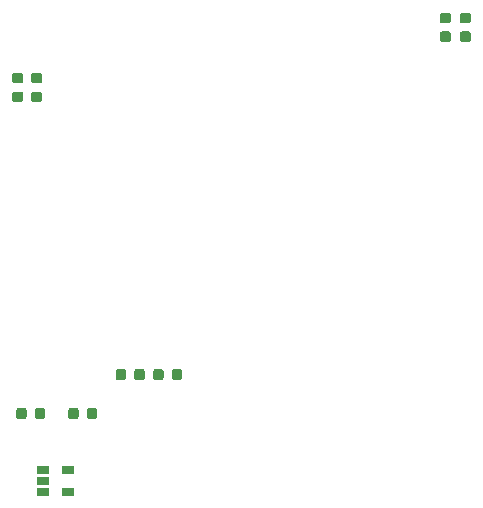
<source format=gbr>
G04 #@! TF.GenerationSoftware,KiCad,Pcbnew,(5.1.4)-1*
G04 #@! TF.CreationDate,2021-05-11T15:14:03+02:00*
G04 #@! TF.ProjectId,proto,70726f74-6f2e-46b6-9963-61645f706362,rev?*
G04 #@! TF.SameCoordinates,Original*
G04 #@! TF.FileFunction,Paste,Top*
G04 #@! TF.FilePolarity,Positive*
%FSLAX46Y46*%
G04 Gerber Fmt 4.6, Leading zero omitted, Abs format (unit mm)*
G04 Created by KiCad (PCBNEW (5.1.4)-1) date 2021-05-11 15:14:03*
%MOMM*%
%LPD*%
G04 APERTURE LIST*
%ADD10C,0.100000*%
%ADD11C,0.875000*%
%ADD12R,1.060000X0.650000*%
G04 APERTURE END LIST*
D10*
G36*
X139227691Y-119226053D02*
G01*
X139248926Y-119229203D01*
X139269750Y-119234419D01*
X139289962Y-119241651D01*
X139309368Y-119250830D01*
X139327781Y-119261866D01*
X139345024Y-119274654D01*
X139360930Y-119289070D01*
X139375346Y-119304976D01*
X139388134Y-119322219D01*
X139399170Y-119340632D01*
X139408349Y-119360038D01*
X139415581Y-119380250D01*
X139420797Y-119401074D01*
X139423947Y-119422309D01*
X139425000Y-119443750D01*
X139425000Y-119956250D01*
X139423947Y-119977691D01*
X139420797Y-119998926D01*
X139415581Y-120019750D01*
X139408349Y-120039962D01*
X139399170Y-120059368D01*
X139388134Y-120077781D01*
X139375346Y-120095024D01*
X139360930Y-120110930D01*
X139345024Y-120125346D01*
X139327781Y-120138134D01*
X139309368Y-120149170D01*
X139289962Y-120158349D01*
X139269750Y-120165581D01*
X139248926Y-120170797D01*
X139227691Y-120173947D01*
X139206250Y-120175000D01*
X138768750Y-120175000D01*
X138747309Y-120173947D01*
X138726074Y-120170797D01*
X138705250Y-120165581D01*
X138685038Y-120158349D01*
X138665632Y-120149170D01*
X138647219Y-120138134D01*
X138629976Y-120125346D01*
X138614070Y-120110930D01*
X138599654Y-120095024D01*
X138586866Y-120077781D01*
X138575830Y-120059368D01*
X138566651Y-120039962D01*
X138559419Y-120019750D01*
X138554203Y-119998926D01*
X138551053Y-119977691D01*
X138550000Y-119956250D01*
X138550000Y-119443750D01*
X138551053Y-119422309D01*
X138554203Y-119401074D01*
X138559419Y-119380250D01*
X138566651Y-119360038D01*
X138575830Y-119340632D01*
X138586866Y-119322219D01*
X138599654Y-119304976D01*
X138614070Y-119289070D01*
X138629976Y-119274654D01*
X138647219Y-119261866D01*
X138665632Y-119250830D01*
X138685038Y-119241651D01*
X138705250Y-119234419D01*
X138726074Y-119229203D01*
X138747309Y-119226053D01*
X138768750Y-119225000D01*
X139206250Y-119225000D01*
X139227691Y-119226053D01*
X139227691Y-119226053D01*
G37*
D11*
X138987500Y-119700000D03*
D10*
G36*
X137652691Y-119226053D02*
G01*
X137673926Y-119229203D01*
X137694750Y-119234419D01*
X137714962Y-119241651D01*
X137734368Y-119250830D01*
X137752781Y-119261866D01*
X137770024Y-119274654D01*
X137785930Y-119289070D01*
X137800346Y-119304976D01*
X137813134Y-119322219D01*
X137824170Y-119340632D01*
X137833349Y-119360038D01*
X137840581Y-119380250D01*
X137845797Y-119401074D01*
X137848947Y-119422309D01*
X137850000Y-119443750D01*
X137850000Y-119956250D01*
X137848947Y-119977691D01*
X137845797Y-119998926D01*
X137840581Y-120019750D01*
X137833349Y-120039962D01*
X137824170Y-120059368D01*
X137813134Y-120077781D01*
X137800346Y-120095024D01*
X137785930Y-120110930D01*
X137770024Y-120125346D01*
X137752781Y-120138134D01*
X137734368Y-120149170D01*
X137714962Y-120158349D01*
X137694750Y-120165581D01*
X137673926Y-120170797D01*
X137652691Y-120173947D01*
X137631250Y-120175000D01*
X137193750Y-120175000D01*
X137172309Y-120173947D01*
X137151074Y-120170797D01*
X137130250Y-120165581D01*
X137110038Y-120158349D01*
X137090632Y-120149170D01*
X137072219Y-120138134D01*
X137054976Y-120125346D01*
X137039070Y-120110930D01*
X137024654Y-120095024D01*
X137011866Y-120077781D01*
X137000830Y-120059368D01*
X136991651Y-120039962D01*
X136984419Y-120019750D01*
X136979203Y-119998926D01*
X136976053Y-119977691D01*
X136975000Y-119956250D01*
X136975000Y-119443750D01*
X136976053Y-119422309D01*
X136979203Y-119401074D01*
X136984419Y-119380250D01*
X136991651Y-119360038D01*
X137000830Y-119340632D01*
X137011866Y-119322219D01*
X137024654Y-119304976D01*
X137039070Y-119289070D01*
X137054976Y-119274654D01*
X137072219Y-119261866D01*
X137090632Y-119250830D01*
X137110038Y-119241651D01*
X137130250Y-119234419D01*
X137151074Y-119229203D01*
X137172309Y-119226053D01*
X137193750Y-119225000D01*
X137631250Y-119225000D01*
X137652691Y-119226053D01*
X137652691Y-119226053D01*
G37*
D11*
X137412500Y-119700000D03*
D10*
G36*
X143252691Y-115926053D02*
G01*
X143273926Y-115929203D01*
X143294750Y-115934419D01*
X143314962Y-115941651D01*
X143334368Y-115950830D01*
X143352781Y-115961866D01*
X143370024Y-115974654D01*
X143385930Y-115989070D01*
X143400346Y-116004976D01*
X143413134Y-116022219D01*
X143424170Y-116040632D01*
X143433349Y-116060038D01*
X143440581Y-116080250D01*
X143445797Y-116101074D01*
X143448947Y-116122309D01*
X143450000Y-116143750D01*
X143450000Y-116656250D01*
X143448947Y-116677691D01*
X143445797Y-116698926D01*
X143440581Y-116719750D01*
X143433349Y-116739962D01*
X143424170Y-116759368D01*
X143413134Y-116777781D01*
X143400346Y-116795024D01*
X143385930Y-116810930D01*
X143370024Y-116825346D01*
X143352781Y-116838134D01*
X143334368Y-116849170D01*
X143314962Y-116858349D01*
X143294750Y-116865581D01*
X143273926Y-116870797D01*
X143252691Y-116873947D01*
X143231250Y-116875000D01*
X142793750Y-116875000D01*
X142772309Y-116873947D01*
X142751074Y-116870797D01*
X142730250Y-116865581D01*
X142710038Y-116858349D01*
X142690632Y-116849170D01*
X142672219Y-116838134D01*
X142654976Y-116825346D01*
X142639070Y-116810930D01*
X142624654Y-116795024D01*
X142611866Y-116777781D01*
X142600830Y-116759368D01*
X142591651Y-116739962D01*
X142584419Y-116719750D01*
X142579203Y-116698926D01*
X142576053Y-116677691D01*
X142575000Y-116656250D01*
X142575000Y-116143750D01*
X142576053Y-116122309D01*
X142579203Y-116101074D01*
X142584419Y-116080250D01*
X142591651Y-116060038D01*
X142600830Y-116040632D01*
X142611866Y-116022219D01*
X142624654Y-116004976D01*
X142639070Y-115989070D01*
X142654976Y-115974654D01*
X142672219Y-115961866D01*
X142690632Y-115950830D01*
X142710038Y-115941651D01*
X142730250Y-115934419D01*
X142751074Y-115929203D01*
X142772309Y-115926053D01*
X142793750Y-115925000D01*
X143231250Y-115925000D01*
X143252691Y-115926053D01*
X143252691Y-115926053D01*
G37*
D11*
X143012500Y-116400000D03*
D10*
G36*
X141677691Y-115926053D02*
G01*
X141698926Y-115929203D01*
X141719750Y-115934419D01*
X141739962Y-115941651D01*
X141759368Y-115950830D01*
X141777781Y-115961866D01*
X141795024Y-115974654D01*
X141810930Y-115989070D01*
X141825346Y-116004976D01*
X141838134Y-116022219D01*
X141849170Y-116040632D01*
X141858349Y-116060038D01*
X141865581Y-116080250D01*
X141870797Y-116101074D01*
X141873947Y-116122309D01*
X141875000Y-116143750D01*
X141875000Y-116656250D01*
X141873947Y-116677691D01*
X141870797Y-116698926D01*
X141865581Y-116719750D01*
X141858349Y-116739962D01*
X141849170Y-116759368D01*
X141838134Y-116777781D01*
X141825346Y-116795024D01*
X141810930Y-116810930D01*
X141795024Y-116825346D01*
X141777781Y-116838134D01*
X141759368Y-116849170D01*
X141739962Y-116858349D01*
X141719750Y-116865581D01*
X141698926Y-116870797D01*
X141677691Y-116873947D01*
X141656250Y-116875000D01*
X141218750Y-116875000D01*
X141197309Y-116873947D01*
X141176074Y-116870797D01*
X141155250Y-116865581D01*
X141135038Y-116858349D01*
X141115632Y-116849170D01*
X141097219Y-116838134D01*
X141079976Y-116825346D01*
X141064070Y-116810930D01*
X141049654Y-116795024D01*
X141036866Y-116777781D01*
X141025830Y-116759368D01*
X141016651Y-116739962D01*
X141009419Y-116719750D01*
X141004203Y-116698926D01*
X141001053Y-116677691D01*
X141000000Y-116656250D01*
X141000000Y-116143750D01*
X141001053Y-116122309D01*
X141004203Y-116101074D01*
X141009419Y-116080250D01*
X141016651Y-116060038D01*
X141025830Y-116040632D01*
X141036866Y-116022219D01*
X141049654Y-116004976D01*
X141064070Y-115989070D01*
X141079976Y-115974654D01*
X141097219Y-115961866D01*
X141115632Y-115950830D01*
X141135038Y-115941651D01*
X141155250Y-115934419D01*
X141176074Y-115929203D01*
X141197309Y-115926053D01*
X141218750Y-115925000D01*
X141656250Y-115925000D01*
X141677691Y-115926053D01*
X141677691Y-115926053D01*
G37*
D11*
X141437500Y-116400000D03*
D10*
G36*
X134827691Y-119226053D02*
G01*
X134848926Y-119229203D01*
X134869750Y-119234419D01*
X134889962Y-119241651D01*
X134909368Y-119250830D01*
X134927781Y-119261866D01*
X134945024Y-119274654D01*
X134960930Y-119289070D01*
X134975346Y-119304976D01*
X134988134Y-119322219D01*
X134999170Y-119340632D01*
X135008349Y-119360038D01*
X135015581Y-119380250D01*
X135020797Y-119401074D01*
X135023947Y-119422309D01*
X135025000Y-119443750D01*
X135025000Y-119956250D01*
X135023947Y-119977691D01*
X135020797Y-119998926D01*
X135015581Y-120019750D01*
X135008349Y-120039962D01*
X134999170Y-120059368D01*
X134988134Y-120077781D01*
X134975346Y-120095024D01*
X134960930Y-120110930D01*
X134945024Y-120125346D01*
X134927781Y-120138134D01*
X134909368Y-120149170D01*
X134889962Y-120158349D01*
X134869750Y-120165581D01*
X134848926Y-120170797D01*
X134827691Y-120173947D01*
X134806250Y-120175000D01*
X134368750Y-120175000D01*
X134347309Y-120173947D01*
X134326074Y-120170797D01*
X134305250Y-120165581D01*
X134285038Y-120158349D01*
X134265632Y-120149170D01*
X134247219Y-120138134D01*
X134229976Y-120125346D01*
X134214070Y-120110930D01*
X134199654Y-120095024D01*
X134186866Y-120077781D01*
X134175830Y-120059368D01*
X134166651Y-120039962D01*
X134159419Y-120019750D01*
X134154203Y-119998926D01*
X134151053Y-119977691D01*
X134150000Y-119956250D01*
X134150000Y-119443750D01*
X134151053Y-119422309D01*
X134154203Y-119401074D01*
X134159419Y-119380250D01*
X134166651Y-119360038D01*
X134175830Y-119340632D01*
X134186866Y-119322219D01*
X134199654Y-119304976D01*
X134214070Y-119289070D01*
X134229976Y-119274654D01*
X134247219Y-119261866D01*
X134265632Y-119250830D01*
X134285038Y-119241651D01*
X134305250Y-119234419D01*
X134326074Y-119229203D01*
X134347309Y-119226053D01*
X134368750Y-119225000D01*
X134806250Y-119225000D01*
X134827691Y-119226053D01*
X134827691Y-119226053D01*
G37*
D11*
X134587500Y-119700000D03*
D10*
G36*
X133252691Y-119226053D02*
G01*
X133273926Y-119229203D01*
X133294750Y-119234419D01*
X133314962Y-119241651D01*
X133334368Y-119250830D01*
X133352781Y-119261866D01*
X133370024Y-119274654D01*
X133385930Y-119289070D01*
X133400346Y-119304976D01*
X133413134Y-119322219D01*
X133424170Y-119340632D01*
X133433349Y-119360038D01*
X133440581Y-119380250D01*
X133445797Y-119401074D01*
X133448947Y-119422309D01*
X133450000Y-119443750D01*
X133450000Y-119956250D01*
X133448947Y-119977691D01*
X133445797Y-119998926D01*
X133440581Y-120019750D01*
X133433349Y-120039962D01*
X133424170Y-120059368D01*
X133413134Y-120077781D01*
X133400346Y-120095024D01*
X133385930Y-120110930D01*
X133370024Y-120125346D01*
X133352781Y-120138134D01*
X133334368Y-120149170D01*
X133314962Y-120158349D01*
X133294750Y-120165581D01*
X133273926Y-120170797D01*
X133252691Y-120173947D01*
X133231250Y-120175000D01*
X132793750Y-120175000D01*
X132772309Y-120173947D01*
X132751074Y-120170797D01*
X132730250Y-120165581D01*
X132710038Y-120158349D01*
X132690632Y-120149170D01*
X132672219Y-120138134D01*
X132654976Y-120125346D01*
X132639070Y-120110930D01*
X132624654Y-120095024D01*
X132611866Y-120077781D01*
X132600830Y-120059368D01*
X132591651Y-120039962D01*
X132584419Y-120019750D01*
X132579203Y-119998926D01*
X132576053Y-119977691D01*
X132575000Y-119956250D01*
X132575000Y-119443750D01*
X132576053Y-119422309D01*
X132579203Y-119401074D01*
X132584419Y-119380250D01*
X132591651Y-119360038D01*
X132600830Y-119340632D01*
X132611866Y-119322219D01*
X132624654Y-119304976D01*
X132639070Y-119289070D01*
X132654976Y-119274654D01*
X132672219Y-119261866D01*
X132690632Y-119250830D01*
X132710038Y-119241651D01*
X132730250Y-119234419D01*
X132751074Y-119229203D01*
X132772309Y-119226053D01*
X132793750Y-119225000D01*
X133231250Y-119225000D01*
X133252691Y-119226053D01*
X133252691Y-119226053D01*
G37*
D11*
X133012500Y-119700000D03*
D10*
G36*
X132977691Y-92451053D02*
G01*
X132998926Y-92454203D01*
X133019750Y-92459419D01*
X133039962Y-92466651D01*
X133059368Y-92475830D01*
X133077781Y-92486866D01*
X133095024Y-92499654D01*
X133110930Y-92514070D01*
X133125346Y-92529976D01*
X133138134Y-92547219D01*
X133149170Y-92565632D01*
X133158349Y-92585038D01*
X133165581Y-92605250D01*
X133170797Y-92626074D01*
X133173947Y-92647309D01*
X133175000Y-92668750D01*
X133175000Y-93106250D01*
X133173947Y-93127691D01*
X133170797Y-93148926D01*
X133165581Y-93169750D01*
X133158349Y-93189962D01*
X133149170Y-93209368D01*
X133138134Y-93227781D01*
X133125346Y-93245024D01*
X133110930Y-93260930D01*
X133095024Y-93275346D01*
X133077781Y-93288134D01*
X133059368Y-93299170D01*
X133039962Y-93308349D01*
X133019750Y-93315581D01*
X132998926Y-93320797D01*
X132977691Y-93323947D01*
X132956250Y-93325000D01*
X132443750Y-93325000D01*
X132422309Y-93323947D01*
X132401074Y-93320797D01*
X132380250Y-93315581D01*
X132360038Y-93308349D01*
X132340632Y-93299170D01*
X132322219Y-93288134D01*
X132304976Y-93275346D01*
X132289070Y-93260930D01*
X132274654Y-93245024D01*
X132261866Y-93227781D01*
X132250830Y-93209368D01*
X132241651Y-93189962D01*
X132234419Y-93169750D01*
X132229203Y-93148926D01*
X132226053Y-93127691D01*
X132225000Y-93106250D01*
X132225000Y-92668750D01*
X132226053Y-92647309D01*
X132229203Y-92626074D01*
X132234419Y-92605250D01*
X132241651Y-92585038D01*
X132250830Y-92565632D01*
X132261866Y-92547219D01*
X132274654Y-92529976D01*
X132289070Y-92514070D01*
X132304976Y-92499654D01*
X132322219Y-92486866D01*
X132340632Y-92475830D01*
X132360038Y-92466651D01*
X132380250Y-92459419D01*
X132401074Y-92454203D01*
X132422309Y-92451053D01*
X132443750Y-92450000D01*
X132956250Y-92450000D01*
X132977691Y-92451053D01*
X132977691Y-92451053D01*
G37*
D11*
X132700000Y-92887500D03*
D10*
G36*
X132977691Y-90876053D02*
G01*
X132998926Y-90879203D01*
X133019750Y-90884419D01*
X133039962Y-90891651D01*
X133059368Y-90900830D01*
X133077781Y-90911866D01*
X133095024Y-90924654D01*
X133110930Y-90939070D01*
X133125346Y-90954976D01*
X133138134Y-90972219D01*
X133149170Y-90990632D01*
X133158349Y-91010038D01*
X133165581Y-91030250D01*
X133170797Y-91051074D01*
X133173947Y-91072309D01*
X133175000Y-91093750D01*
X133175000Y-91531250D01*
X133173947Y-91552691D01*
X133170797Y-91573926D01*
X133165581Y-91594750D01*
X133158349Y-91614962D01*
X133149170Y-91634368D01*
X133138134Y-91652781D01*
X133125346Y-91670024D01*
X133110930Y-91685930D01*
X133095024Y-91700346D01*
X133077781Y-91713134D01*
X133059368Y-91724170D01*
X133039962Y-91733349D01*
X133019750Y-91740581D01*
X132998926Y-91745797D01*
X132977691Y-91748947D01*
X132956250Y-91750000D01*
X132443750Y-91750000D01*
X132422309Y-91748947D01*
X132401074Y-91745797D01*
X132380250Y-91740581D01*
X132360038Y-91733349D01*
X132340632Y-91724170D01*
X132322219Y-91713134D01*
X132304976Y-91700346D01*
X132289070Y-91685930D01*
X132274654Y-91670024D01*
X132261866Y-91652781D01*
X132250830Y-91634368D01*
X132241651Y-91614962D01*
X132234419Y-91594750D01*
X132229203Y-91573926D01*
X132226053Y-91552691D01*
X132225000Y-91531250D01*
X132225000Y-91093750D01*
X132226053Y-91072309D01*
X132229203Y-91051074D01*
X132234419Y-91030250D01*
X132241651Y-91010038D01*
X132250830Y-90990632D01*
X132261866Y-90972219D01*
X132274654Y-90954976D01*
X132289070Y-90939070D01*
X132304976Y-90924654D01*
X132322219Y-90911866D01*
X132340632Y-90900830D01*
X132360038Y-90891651D01*
X132380250Y-90884419D01*
X132401074Y-90879203D01*
X132422309Y-90876053D01*
X132443750Y-90875000D01*
X132956250Y-90875000D01*
X132977691Y-90876053D01*
X132977691Y-90876053D01*
G37*
D11*
X132700000Y-91312500D03*
D10*
G36*
X170877691Y-85776053D02*
G01*
X170898926Y-85779203D01*
X170919750Y-85784419D01*
X170939962Y-85791651D01*
X170959368Y-85800830D01*
X170977781Y-85811866D01*
X170995024Y-85824654D01*
X171010930Y-85839070D01*
X171025346Y-85854976D01*
X171038134Y-85872219D01*
X171049170Y-85890632D01*
X171058349Y-85910038D01*
X171065581Y-85930250D01*
X171070797Y-85951074D01*
X171073947Y-85972309D01*
X171075000Y-85993750D01*
X171075000Y-86431250D01*
X171073947Y-86452691D01*
X171070797Y-86473926D01*
X171065581Y-86494750D01*
X171058349Y-86514962D01*
X171049170Y-86534368D01*
X171038134Y-86552781D01*
X171025346Y-86570024D01*
X171010930Y-86585930D01*
X170995024Y-86600346D01*
X170977781Y-86613134D01*
X170959368Y-86624170D01*
X170939962Y-86633349D01*
X170919750Y-86640581D01*
X170898926Y-86645797D01*
X170877691Y-86648947D01*
X170856250Y-86650000D01*
X170343750Y-86650000D01*
X170322309Y-86648947D01*
X170301074Y-86645797D01*
X170280250Y-86640581D01*
X170260038Y-86633349D01*
X170240632Y-86624170D01*
X170222219Y-86613134D01*
X170204976Y-86600346D01*
X170189070Y-86585930D01*
X170174654Y-86570024D01*
X170161866Y-86552781D01*
X170150830Y-86534368D01*
X170141651Y-86514962D01*
X170134419Y-86494750D01*
X170129203Y-86473926D01*
X170126053Y-86452691D01*
X170125000Y-86431250D01*
X170125000Y-85993750D01*
X170126053Y-85972309D01*
X170129203Y-85951074D01*
X170134419Y-85930250D01*
X170141651Y-85910038D01*
X170150830Y-85890632D01*
X170161866Y-85872219D01*
X170174654Y-85854976D01*
X170189070Y-85839070D01*
X170204976Y-85824654D01*
X170222219Y-85811866D01*
X170240632Y-85800830D01*
X170260038Y-85791651D01*
X170280250Y-85784419D01*
X170301074Y-85779203D01*
X170322309Y-85776053D01*
X170343750Y-85775000D01*
X170856250Y-85775000D01*
X170877691Y-85776053D01*
X170877691Y-85776053D01*
G37*
D11*
X170600000Y-86212500D03*
D10*
G36*
X170877691Y-87351053D02*
G01*
X170898926Y-87354203D01*
X170919750Y-87359419D01*
X170939962Y-87366651D01*
X170959368Y-87375830D01*
X170977781Y-87386866D01*
X170995024Y-87399654D01*
X171010930Y-87414070D01*
X171025346Y-87429976D01*
X171038134Y-87447219D01*
X171049170Y-87465632D01*
X171058349Y-87485038D01*
X171065581Y-87505250D01*
X171070797Y-87526074D01*
X171073947Y-87547309D01*
X171075000Y-87568750D01*
X171075000Y-88006250D01*
X171073947Y-88027691D01*
X171070797Y-88048926D01*
X171065581Y-88069750D01*
X171058349Y-88089962D01*
X171049170Y-88109368D01*
X171038134Y-88127781D01*
X171025346Y-88145024D01*
X171010930Y-88160930D01*
X170995024Y-88175346D01*
X170977781Y-88188134D01*
X170959368Y-88199170D01*
X170939962Y-88208349D01*
X170919750Y-88215581D01*
X170898926Y-88220797D01*
X170877691Y-88223947D01*
X170856250Y-88225000D01*
X170343750Y-88225000D01*
X170322309Y-88223947D01*
X170301074Y-88220797D01*
X170280250Y-88215581D01*
X170260038Y-88208349D01*
X170240632Y-88199170D01*
X170222219Y-88188134D01*
X170204976Y-88175346D01*
X170189070Y-88160930D01*
X170174654Y-88145024D01*
X170161866Y-88127781D01*
X170150830Y-88109368D01*
X170141651Y-88089962D01*
X170134419Y-88069750D01*
X170129203Y-88048926D01*
X170126053Y-88027691D01*
X170125000Y-88006250D01*
X170125000Y-87568750D01*
X170126053Y-87547309D01*
X170129203Y-87526074D01*
X170134419Y-87505250D01*
X170141651Y-87485038D01*
X170150830Y-87465632D01*
X170161866Y-87447219D01*
X170174654Y-87429976D01*
X170189070Y-87414070D01*
X170204976Y-87399654D01*
X170222219Y-87386866D01*
X170240632Y-87375830D01*
X170260038Y-87366651D01*
X170280250Y-87359419D01*
X170301074Y-87354203D01*
X170322309Y-87351053D01*
X170343750Y-87350000D01*
X170856250Y-87350000D01*
X170877691Y-87351053D01*
X170877691Y-87351053D01*
G37*
D11*
X170600000Y-87787500D03*
D10*
G36*
X144852691Y-115926053D02*
G01*
X144873926Y-115929203D01*
X144894750Y-115934419D01*
X144914962Y-115941651D01*
X144934368Y-115950830D01*
X144952781Y-115961866D01*
X144970024Y-115974654D01*
X144985930Y-115989070D01*
X145000346Y-116004976D01*
X145013134Y-116022219D01*
X145024170Y-116040632D01*
X145033349Y-116060038D01*
X145040581Y-116080250D01*
X145045797Y-116101074D01*
X145048947Y-116122309D01*
X145050000Y-116143750D01*
X145050000Y-116656250D01*
X145048947Y-116677691D01*
X145045797Y-116698926D01*
X145040581Y-116719750D01*
X145033349Y-116739962D01*
X145024170Y-116759368D01*
X145013134Y-116777781D01*
X145000346Y-116795024D01*
X144985930Y-116810930D01*
X144970024Y-116825346D01*
X144952781Y-116838134D01*
X144934368Y-116849170D01*
X144914962Y-116858349D01*
X144894750Y-116865581D01*
X144873926Y-116870797D01*
X144852691Y-116873947D01*
X144831250Y-116875000D01*
X144393750Y-116875000D01*
X144372309Y-116873947D01*
X144351074Y-116870797D01*
X144330250Y-116865581D01*
X144310038Y-116858349D01*
X144290632Y-116849170D01*
X144272219Y-116838134D01*
X144254976Y-116825346D01*
X144239070Y-116810930D01*
X144224654Y-116795024D01*
X144211866Y-116777781D01*
X144200830Y-116759368D01*
X144191651Y-116739962D01*
X144184419Y-116719750D01*
X144179203Y-116698926D01*
X144176053Y-116677691D01*
X144175000Y-116656250D01*
X144175000Y-116143750D01*
X144176053Y-116122309D01*
X144179203Y-116101074D01*
X144184419Y-116080250D01*
X144191651Y-116060038D01*
X144200830Y-116040632D01*
X144211866Y-116022219D01*
X144224654Y-116004976D01*
X144239070Y-115989070D01*
X144254976Y-115974654D01*
X144272219Y-115961866D01*
X144290632Y-115950830D01*
X144310038Y-115941651D01*
X144330250Y-115934419D01*
X144351074Y-115929203D01*
X144372309Y-115926053D01*
X144393750Y-115925000D01*
X144831250Y-115925000D01*
X144852691Y-115926053D01*
X144852691Y-115926053D01*
G37*
D11*
X144612500Y-116400000D03*
D10*
G36*
X146427691Y-115926053D02*
G01*
X146448926Y-115929203D01*
X146469750Y-115934419D01*
X146489962Y-115941651D01*
X146509368Y-115950830D01*
X146527781Y-115961866D01*
X146545024Y-115974654D01*
X146560930Y-115989070D01*
X146575346Y-116004976D01*
X146588134Y-116022219D01*
X146599170Y-116040632D01*
X146608349Y-116060038D01*
X146615581Y-116080250D01*
X146620797Y-116101074D01*
X146623947Y-116122309D01*
X146625000Y-116143750D01*
X146625000Y-116656250D01*
X146623947Y-116677691D01*
X146620797Y-116698926D01*
X146615581Y-116719750D01*
X146608349Y-116739962D01*
X146599170Y-116759368D01*
X146588134Y-116777781D01*
X146575346Y-116795024D01*
X146560930Y-116810930D01*
X146545024Y-116825346D01*
X146527781Y-116838134D01*
X146509368Y-116849170D01*
X146489962Y-116858349D01*
X146469750Y-116865581D01*
X146448926Y-116870797D01*
X146427691Y-116873947D01*
X146406250Y-116875000D01*
X145968750Y-116875000D01*
X145947309Y-116873947D01*
X145926074Y-116870797D01*
X145905250Y-116865581D01*
X145885038Y-116858349D01*
X145865632Y-116849170D01*
X145847219Y-116838134D01*
X145829976Y-116825346D01*
X145814070Y-116810930D01*
X145799654Y-116795024D01*
X145786866Y-116777781D01*
X145775830Y-116759368D01*
X145766651Y-116739962D01*
X145759419Y-116719750D01*
X145754203Y-116698926D01*
X145751053Y-116677691D01*
X145750000Y-116656250D01*
X145750000Y-116143750D01*
X145751053Y-116122309D01*
X145754203Y-116101074D01*
X145759419Y-116080250D01*
X145766651Y-116060038D01*
X145775830Y-116040632D01*
X145786866Y-116022219D01*
X145799654Y-116004976D01*
X145814070Y-115989070D01*
X145829976Y-115974654D01*
X145847219Y-115961866D01*
X145865632Y-115950830D01*
X145885038Y-115941651D01*
X145905250Y-115934419D01*
X145926074Y-115929203D01*
X145947309Y-115926053D01*
X145968750Y-115925000D01*
X146406250Y-115925000D01*
X146427691Y-115926053D01*
X146427691Y-115926053D01*
G37*
D11*
X146187500Y-116400000D03*
D10*
G36*
X134577691Y-90876053D02*
G01*
X134598926Y-90879203D01*
X134619750Y-90884419D01*
X134639962Y-90891651D01*
X134659368Y-90900830D01*
X134677781Y-90911866D01*
X134695024Y-90924654D01*
X134710930Y-90939070D01*
X134725346Y-90954976D01*
X134738134Y-90972219D01*
X134749170Y-90990632D01*
X134758349Y-91010038D01*
X134765581Y-91030250D01*
X134770797Y-91051074D01*
X134773947Y-91072309D01*
X134775000Y-91093750D01*
X134775000Y-91531250D01*
X134773947Y-91552691D01*
X134770797Y-91573926D01*
X134765581Y-91594750D01*
X134758349Y-91614962D01*
X134749170Y-91634368D01*
X134738134Y-91652781D01*
X134725346Y-91670024D01*
X134710930Y-91685930D01*
X134695024Y-91700346D01*
X134677781Y-91713134D01*
X134659368Y-91724170D01*
X134639962Y-91733349D01*
X134619750Y-91740581D01*
X134598926Y-91745797D01*
X134577691Y-91748947D01*
X134556250Y-91750000D01*
X134043750Y-91750000D01*
X134022309Y-91748947D01*
X134001074Y-91745797D01*
X133980250Y-91740581D01*
X133960038Y-91733349D01*
X133940632Y-91724170D01*
X133922219Y-91713134D01*
X133904976Y-91700346D01*
X133889070Y-91685930D01*
X133874654Y-91670024D01*
X133861866Y-91652781D01*
X133850830Y-91634368D01*
X133841651Y-91614962D01*
X133834419Y-91594750D01*
X133829203Y-91573926D01*
X133826053Y-91552691D01*
X133825000Y-91531250D01*
X133825000Y-91093750D01*
X133826053Y-91072309D01*
X133829203Y-91051074D01*
X133834419Y-91030250D01*
X133841651Y-91010038D01*
X133850830Y-90990632D01*
X133861866Y-90972219D01*
X133874654Y-90954976D01*
X133889070Y-90939070D01*
X133904976Y-90924654D01*
X133922219Y-90911866D01*
X133940632Y-90900830D01*
X133960038Y-90891651D01*
X133980250Y-90884419D01*
X134001074Y-90879203D01*
X134022309Y-90876053D01*
X134043750Y-90875000D01*
X134556250Y-90875000D01*
X134577691Y-90876053D01*
X134577691Y-90876053D01*
G37*
D11*
X134300000Y-91312500D03*
D10*
G36*
X134577691Y-92451053D02*
G01*
X134598926Y-92454203D01*
X134619750Y-92459419D01*
X134639962Y-92466651D01*
X134659368Y-92475830D01*
X134677781Y-92486866D01*
X134695024Y-92499654D01*
X134710930Y-92514070D01*
X134725346Y-92529976D01*
X134738134Y-92547219D01*
X134749170Y-92565632D01*
X134758349Y-92585038D01*
X134765581Y-92605250D01*
X134770797Y-92626074D01*
X134773947Y-92647309D01*
X134775000Y-92668750D01*
X134775000Y-93106250D01*
X134773947Y-93127691D01*
X134770797Y-93148926D01*
X134765581Y-93169750D01*
X134758349Y-93189962D01*
X134749170Y-93209368D01*
X134738134Y-93227781D01*
X134725346Y-93245024D01*
X134710930Y-93260930D01*
X134695024Y-93275346D01*
X134677781Y-93288134D01*
X134659368Y-93299170D01*
X134639962Y-93308349D01*
X134619750Y-93315581D01*
X134598926Y-93320797D01*
X134577691Y-93323947D01*
X134556250Y-93325000D01*
X134043750Y-93325000D01*
X134022309Y-93323947D01*
X134001074Y-93320797D01*
X133980250Y-93315581D01*
X133960038Y-93308349D01*
X133940632Y-93299170D01*
X133922219Y-93288134D01*
X133904976Y-93275346D01*
X133889070Y-93260930D01*
X133874654Y-93245024D01*
X133861866Y-93227781D01*
X133850830Y-93209368D01*
X133841651Y-93189962D01*
X133834419Y-93169750D01*
X133829203Y-93148926D01*
X133826053Y-93127691D01*
X133825000Y-93106250D01*
X133825000Y-92668750D01*
X133826053Y-92647309D01*
X133829203Y-92626074D01*
X133834419Y-92605250D01*
X133841651Y-92585038D01*
X133850830Y-92565632D01*
X133861866Y-92547219D01*
X133874654Y-92529976D01*
X133889070Y-92514070D01*
X133904976Y-92499654D01*
X133922219Y-92486866D01*
X133940632Y-92475830D01*
X133960038Y-92466651D01*
X133980250Y-92459419D01*
X134001074Y-92454203D01*
X134022309Y-92451053D01*
X134043750Y-92450000D01*
X134556250Y-92450000D01*
X134577691Y-92451053D01*
X134577691Y-92451053D01*
G37*
D11*
X134300000Y-92887500D03*
D10*
G36*
X169177691Y-85776053D02*
G01*
X169198926Y-85779203D01*
X169219750Y-85784419D01*
X169239962Y-85791651D01*
X169259368Y-85800830D01*
X169277781Y-85811866D01*
X169295024Y-85824654D01*
X169310930Y-85839070D01*
X169325346Y-85854976D01*
X169338134Y-85872219D01*
X169349170Y-85890632D01*
X169358349Y-85910038D01*
X169365581Y-85930250D01*
X169370797Y-85951074D01*
X169373947Y-85972309D01*
X169375000Y-85993750D01*
X169375000Y-86431250D01*
X169373947Y-86452691D01*
X169370797Y-86473926D01*
X169365581Y-86494750D01*
X169358349Y-86514962D01*
X169349170Y-86534368D01*
X169338134Y-86552781D01*
X169325346Y-86570024D01*
X169310930Y-86585930D01*
X169295024Y-86600346D01*
X169277781Y-86613134D01*
X169259368Y-86624170D01*
X169239962Y-86633349D01*
X169219750Y-86640581D01*
X169198926Y-86645797D01*
X169177691Y-86648947D01*
X169156250Y-86650000D01*
X168643750Y-86650000D01*
X168622309Y-86648947D01*
X168601074Y-86645797D01*
X168580250Y-86640581D01*
X168560038Y-86633349D01*
X168540632Y-86624170D01*
X168522219Y-86613134D01*
X168504976Y-86600346D01*
X168489070Y-86585930D01*
X168474654Y-86570024D01*
X168461866Y-86552781D01*
X168450830Y-86534368D01*
X168441651Y-86514962D01*
X168434419Y-86494750D01*
X168429203Y-86473926D01*
X168426053Y-86452691D01*
X168425000Y-86431250D01*
X168425000Y-85993750D01*
X168426053Y-85972309D01*
X168429203Y-85951074D01*
X168434419Y-85930250D01*
X168441651Y-85910038D01*
X168450830Y-85890632D01*
X168461866Y-85872219D01*
X168474654Y-85854976D01*
X168489070Y-85839070D01*
X168504976Y-85824654D01*
X168522219Y-85811866D01*
X168540632Y-85800830D01*
X168560038Y-85791651D01*
X168580250Y-85784419D01*
X168601074Y-85779203D01*
X168622309Y-85776053D01*
X168643750Y-85775000D01*
X169156250Y-85775000D01*
X169177691Y-85776053D01*
X169177691Y-85776053D01*
G37*
D11*
X168900000Y-86212500D03*
D10*
G36*
X169177691Y-87351053D02*
G01*
X169198926Y-87354203D01*
X169219750Y-87359419D01*
X169239962Y-87366651D01*
X169259368Y-87375830D01*
X169277781Y-87386866D01*
X169295024Y-87399654D01*
X169310930Y-87414070D01*
X169325346Y-87429976D01*
X169338134Y-87447219D01*
X169349170Y-87465632D01*
X169358349Y-87485038D01*
X169365581Y-87505250D01*
X169370797Y-87526074D01*
X169373947Y-87547309D01*
X169375000Y-87568750D01*
X169375000Y-88006250D01*
X169373947Y-88027691D01*
X169370797Y-88048926D01*
X169365581Y-88069750D01*
X169358349Y-88089962D01*
X169349170Y-88109368D01*
X169338134Y-88127781D01*
X169325346Y-88145024D01*
X169310930Y-88160930D01*
X169295024Y-88175346D01*
X169277781Y-88188134D01*
X169259368Y-88199170D01*
X169239962Y-88208349D01*
X169219750Y-88215581D01*
X169198926Y-88220797D01*
X169177691Y-88223947D01*
X169156250Y-88225000D01*
X168643750Y-88225000D01*
X168622309Y-88223947D01*
X168601074Y-88220797D01*
X168580250Y-88215581D01*
X168560038Y-88208349D01*
X168540632Y-88199170D01*
X168522219Y-88188134D01*
X168504976Y-88175346D01*
X168489070Y-88160930D01*
X168474654Y-88145024D01*
X168461866Y-88127781D01*
X168450830Y-88109368D01*
X168441651Y-88089962D01*
X168434419Y-88069750D01*
X168429203Y-88048926D01*
X168426053Y-88027691D01*
X168425000Y-88006250D01*
X168425000Y-87568750D01*
X168426053Y-87547309D01*
X168429203Y-87526074D01*
X168434419Y-87505250D01*
X168441651Y-87485038D01*
X168450830Y-87465632D01*
X168461866Y-87447219D01*
X168474654Y-87429976D01*
X168489070Y-87414070D01*
X168504976Y-87399654D01*
X168522219Y-87386866D01*
X168540632Y-87375830D01*
X168560038Y-87366651D01*
X168580250Y-87359419D01*
X168601074Y-87354203D01*
X168622309Y-87351053D01*
X168643750Y-87350000D01*
X169156250Y-87350000D01*
X169177691Y-87351053D01*
X169177691Y-87351053D01*
G37*
D11*
X168900000Y-87787500D03*
D12*
X134800000Y-124450000D03*
X134800000Y-125400000D03*
X134800000Y-126350000D03*
X137000000Y-126350000D03*
X137000000Y-124450000D03*
M02*

</source>
